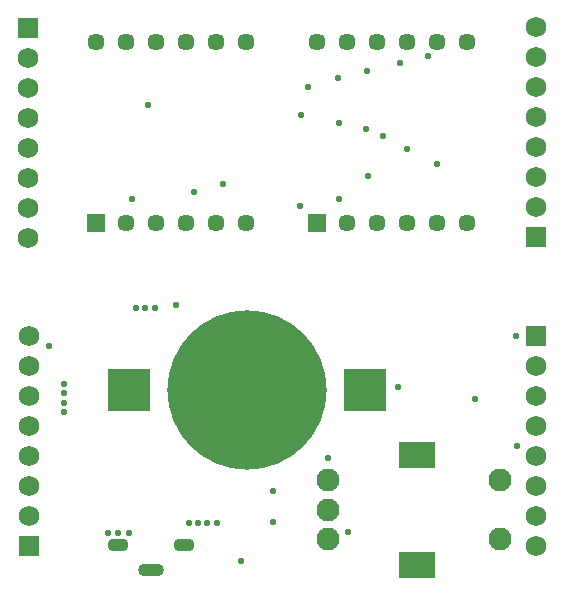
<source format=gbs>
%FSLAX33Y33*%
%MOMM*%
%AMRR-H1100000-W1800000-R550000-RO0.000*
21,1,0.7,1.1,0.,0.,360*
1,1,1.1,-0.35,0.*
1,1,1.1,0.35,0.*
1,1,1.1,0.35,-0.*
1,1,1.1,-0.35,0.*%
%AMRR-H1100000-W2200000-R550000-RO0.000*
21,1,1.1,1.1,0.,0.,360*
1,1,1.1,-0.55,0.*
1,1,1.1,0.55,0.*
1,1,1.1,0.55,-0.*
1,1,1.1,-0.55,0.*%
%AMRect-W3500000-H3500000-RO1.000*
21,1,3.5,3.5,0.,0.,180*%
%AMRect-W2200000-H3000000-RO0.500*
21,1,2.2,3.,0.,0.,270*%
%AMRect-W1750000-H1750000-RO1.000*
21,1,1.75,1.75,0.,0.,180*%
%AMRect-W1450000-H1450000-RO1.500*
21,1,1.45,1.45,0.,0.,90*%
%ADD10C,0.5588*%
%ADD11RR-H1100000-W1800000-R550000-RO0.000*%
%ADD12RR-H1100000-W2200000-R550000-RO0.000*%
%ADD13C,13.5*%
%ADD14C,8.*%
%ADD15Rect-W3500000-H3500000-RO1.000*%
%ADD16R,1.75X1.75*%
%ADD17C,1.75*%
%ADD18C,1.949999*%
%ADD19Rect-W2200000-H3000000-RO0.500*%
%ADD20C,1.75*%
%ADD21Rect-W1750000-H1750000-RO1.000*%
%ADD22C,1.45*%
%ADD23Rect-W1450000-H1450000-RO1.500*%
D10*
%LNbottom solder mask_traces*%
G01*
X6520Y14940D03*
X32250Y34950D03*
X37325Y45105D03*
X11095Y4725D03*
X26565Y40075D03*
X17475Y33590D03*
X22668Y13355D03*
X27165Y42455D03*
X21450Y2350D03*
X13360Y23750D03*
X44750Y21390D03*
X34975Y44505D03*
X34800Y17085D03*
X44844Y12078D03*
X21440Y13355D03*
X5237Y20540D03*
X18650Y5581D03*
X35535Y37250D03*
X38075Y35975D03*
X6520Y17340D03*
X32075Y38950D03*
X19427Y5581D03*
X12300Y33000D03*
X17822Y5600D03*
X6520Y16540D03*
X13650Y41000D03*
X30575Y4800D03*
X29800Y39450D03*
X12560Y23750D03*
X28885Y11100D03*
X33550Y38350D03*
X16023Y24050D03*
X14192Y23750D03*
X20000Y34240D03*
X29810Y33025D03*
X32165Y43850D03*
X41300Y16100D03*
X29695Y43205D03*
X11995Y4725D03*
X24191Y5644D03*
X24191Y8300D03*
X10195Y4725D03*
X6520Y15740D03*
X17045Y5581D03*
X26505Y32380D03*
%LNbottom solder mask component 9fdb64bbcfd9a77c*%
D11*
X11095Y3725D03*
D12*
X13895Y1575D03*
D11*
X16695Y3725D03*
%LNbottom solder mask component 54125db77599e596*%
D13*
X22000Y16800D03*
D14*
X22000Y16800D03*
D15*
X12000Y16800D03*
X32000Y16800D03*
%LNbottom solder mask component bca8d065b4743895*%
D16*
X3500Y3610D03*
D17*
X3500Y6150D03*
X3500Y8690D03*
X3500Y11230D03*
X3500Y13770D03*
X3500Y16310D03*
X3500Y18850D03*
X3500Y21390D03*
%LNbottom solder mask component abbcac8aa2df2ad2*%
D16*
X46460Y29770D03*
D17*
X46460Y32310D03*
X46460Y34850D03*
X46460Y37390D03*
X46460Y39930D03*
X46460Y42470D03*
X46460Y45010D03*
X46460Y47550D03*
%LNbottom solder mask component 7a9cd340cbf98a30*%
D18*
X28885Y9190D03*
X28885Y6690D03*
X28885Y4190D03*
X43385Y9190D03*
X43385Y4190D03*
D19*
X36385Y11340D03*
X36385Y2040D03*
%LNbottom solder mask component c71e0ad25ac2378d*%
D20*
X3460Y44910D03*
X3460Y42370D03*
X3460Y39830D03*
X3460Y37290D03*
X3460Y34750D03*
X3460Y32210D03*
X3460Y29670D03*
D21*
X3460Y47450D03*
%LNbottom solder mask component 12bee7e14ac3c08e*%
D20*
X46500Y18850D03*
X46500Y16310D03*
X46500Y13770D03*
X46500Y11230D03*
X46500Y8690D03*
X46500Y6150D03*
X46500Y3610D03*
D21*
X46500Y21390D03*
%LNbottom solder mask component a433c07c415dc932*%
D22*
X32995Y30970D03*
X38075Y30970D03*
X40615Y46270D03*
X35535Y46270D03*
X30455Y46270D03*
X30455Y30970D03*
X35535Y30970D03*
X40615Y30970D03*
X38075Y46270D03*
X32995Y46270D03*
X27915Y46270D03*
D23*
X27915Y30970D03*
%LNbottom solder mask component ec5ddc3e9c6c7b47*%
D22*
X14295Y30970D03*
X19375Y30970D03*
X21915Y46270D03*
X16835Y46270D03*
X11755Y46270D03*
X11755Y30970D03*
X16835Y30970D03*
X21915Y30970D03*
X19375Y46270D03*
X14295Y46270D03*
X9215Y46270D03*
D23*
X9215Y30970D03*
M02*
</source>
